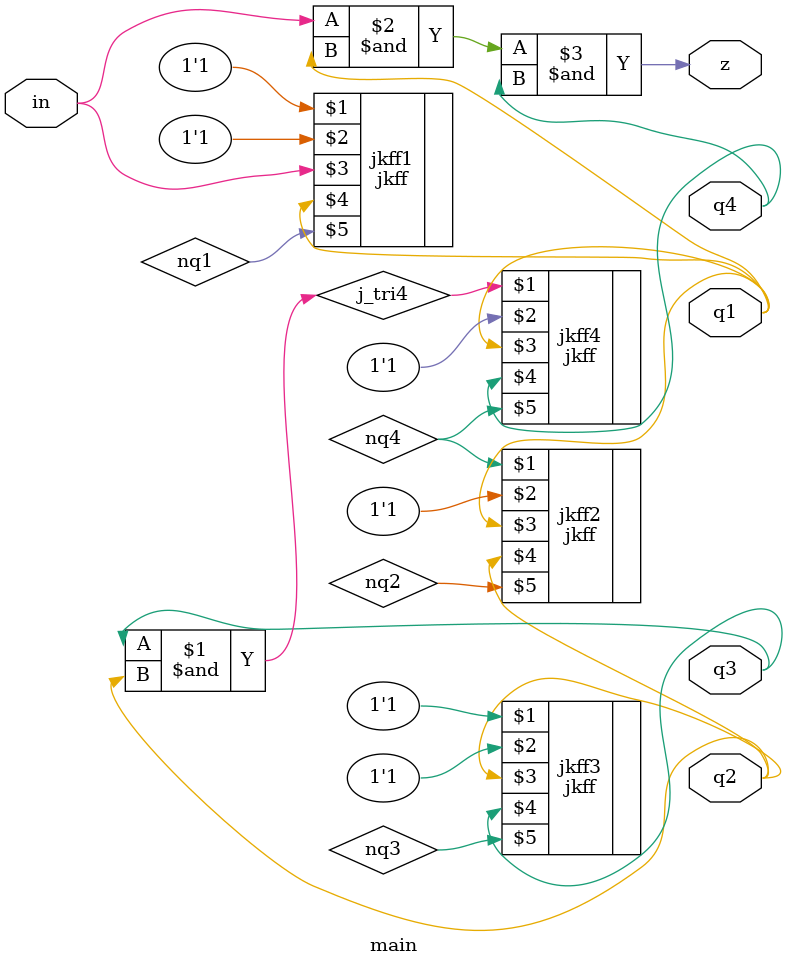
<source format=v>
`timescale 1ns / 100ps


module main(
  input in,
  output z,
  output q1, 
  output q2,
  output q3,
  output q4
  );
 
  wire nq1, nq2, nq3, nq4;
  wire j_tri4;
  jkff jkff1(1'b1,   1'b1, in, q1, nq1);
  jkff jkff2(nq4,    1'b1, q1, q2, nq2);
  jkff jkff3(1'b1,   1'b1, q2, q3, nq3);
  jkff jkff4(j_tri4, 1'b1, q1, q4, nq4);
  and and1(j_tri4, q3, q2);
  assign z = in & q1 & q4;
endmodule
</source>
